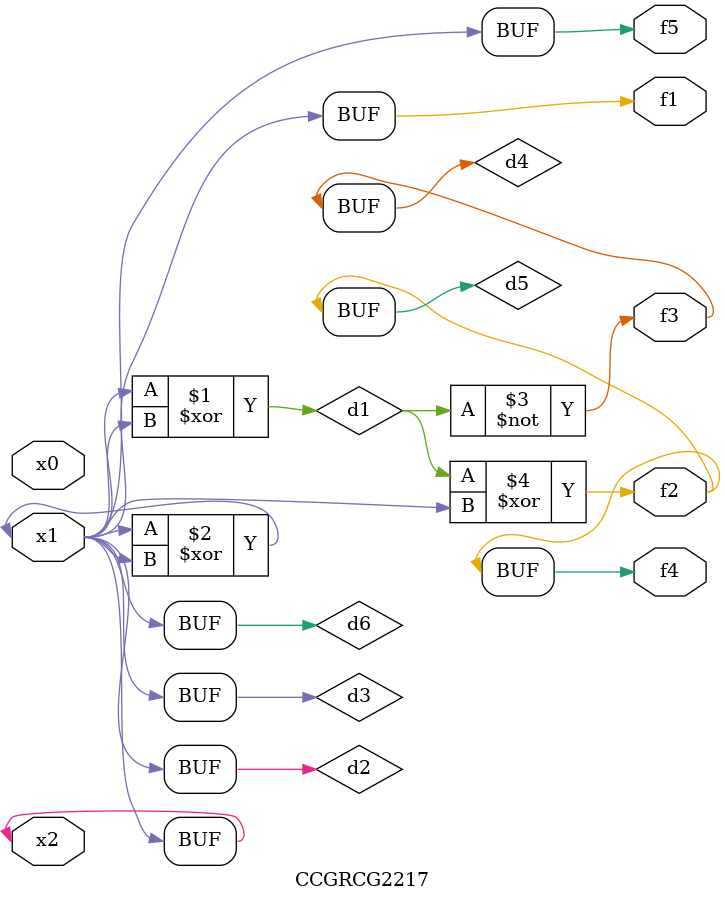
<source format=v>
module CCGRCG2217(
	input x0, x1, x2,
	output f1, f2, f3, f4, f5
);

	wire d1, d2, d3, d4, d5, d6;

	xor (d1, x1, x2);
	buf (d2, x1, x2);
	xor (d3, x1, x2);
	nor (d4, d1);
	xor (d5, d1, d2);
	buf (d6, d2, d3);
	assign f1 = d6;
	assign f2 = d5;
	assign f3 = d4;
	assign f4 = d5;
	assign f5 = d6;
endmodule

</source>
